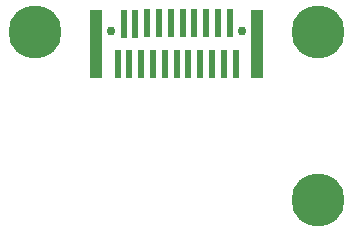
<source format=gbr>
%TF.GenerationSoftware,KiCad,Pcbnew,(6.0.0-0)*%
%TF.CreationDate,2022-03-07T15:49:25-05:00*%
%TF.ProjectId,qwiic,71776969-632e-46b6-9963-61645f706362,rev?*%
%TF.SameCoordinates,Original*%
%TF.FileFunction,Soldermask,Bot*%
%TF.FilePolarity,Negative*%
%FSLAX46Y46*%
G04 Gerber Fmt 4.6, Leading zero omitted, Abs format (unit mm)*
G04 Created by KiCad (PCBNEW (6.0.0-0)) date 2022-03-07 15:49:25*
%MOMM*%
%LPD*%
G01*
G04 APERTURE LIST*
%ADD10C,4.500000*%
%ADD11C,0.760000*%
%ADD12R,1.000000X5.850000*%
%ADD13R,0.610000X2.410000*%
G04 APERTURE END LIST*
D10*
%TO.C,H1*%
X95000000Y-64000000D03*
%TD*%
%TO.C,H2*%
X119000000Y-64000000D03*
%TD*%
%TO.C,H3*%
X119000000Y-78232000D03*
%TD*%
D11*
%TO.C,J3*%
X101475500Y-63900000D03*
X112524500Y-63900000D03*
D12*
X100173500Y-65000000D03*
X113826500Y-65000000D03*
D13*
X101996500Y-66720000D03*
X102996500Y-66720000D03*
X103996500Y-66720000D03*
X104996500Y-66720000D03*
X105996500Y-66720000D03*
X106996500Y-66720000D03*
X107996500Y-66720000D03*
X108996500Y-66720000D03*
X109996500Y-66720000D03*
X110996500Y-66720000D03*
X111996500Y-66720000D03*
X111496500Y-63280000D03*
X110496500Y-63280000D03*
X109496500Y-63280000D03*
X108496500Y-63280000D03*
X107496500Y-63280000D03*
X106496500Y-63280000D03*
X105496500Y-63280000D03*
X104496500Y-63280000D03*
X103496500Y-63320000D03*
X102496500Y-63320000D03*
%TD*%
M02*

</source>
